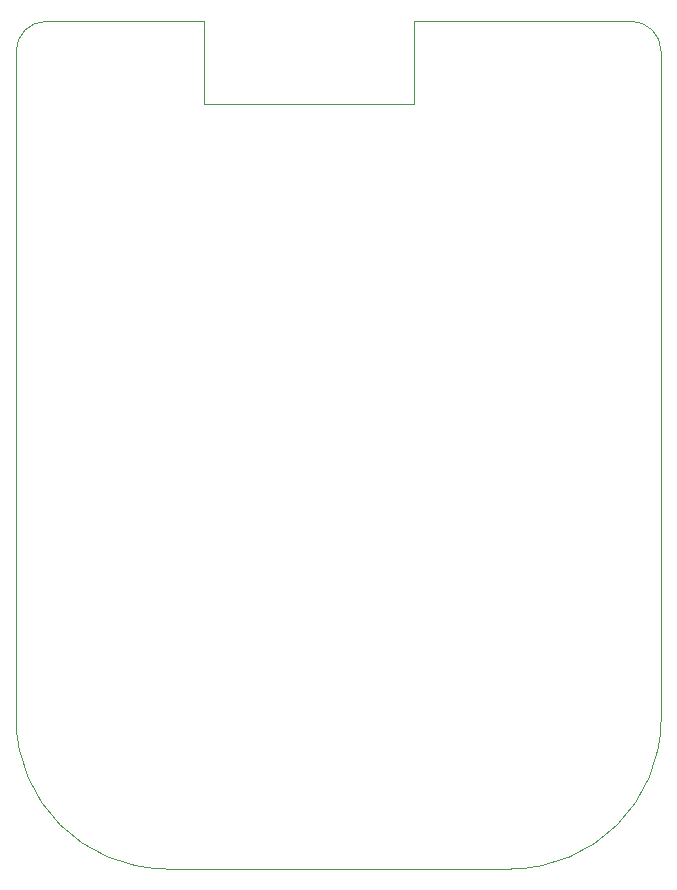
<source format=gbr>
G04 #@! TF.GenerationSoftware,KiCad,Pcbnew,5.1.5*
G04 #@! TF.CreationDate,2020-03-07T18:02:42+00:00*
G04 #@! TF.ProjectId,BB_Dash_Display,42425f44-6173-4685-9f44-6973706c6179,A2*
G04 #@! TF.SameCoordinates,PX43d3480PY41672a0*
G04 #@! TF.FileFunction,Profile,NP*
%FSLAX46Y46*%
G04 Gerber Fmt 4.6, Leading zero omitted, Abs format (unit mm)*
G04 Created by KiCad (PCBNEW 5.1.5) date 2020-03-07 18:02:42*
%MOMM*%
%LPD*%
G04 APERTURE LIST*
%ADD10C,0.002540*%
G04 APERTURE END LIST*
D10*
X3175000Y-5080000D02*
G75*
G02X5715000Y-2540000I2540000J0D01*
G01*
X55245000Y-2540000D02*
G75*
G02X57785000Y-5080000I0J-2540000D01*
G01*
X57785000Y-61595000D02*
G75*
G02X45085000Y-74295000I-12700000J0D01*
G01*
X15875000Y-74295000D02*
G75*
G02X3175000Y-61595000I0J12700000D01*
G01*
X36830000Y-2540000D02*
X55245000Y-2540000D01*
X36830000Y-9525000D02*
X36830000Y-2540000D01*
X19050000Y-9525000D02*
X36830000Y-9525000D01*
X19050000Y-2540000D02*
X19050000Y-9525000D01*
X5715000Y-2540000D02*
X19050000Y-2540000D01*
X3175000Y-61595000D02*
X3175000Y-5080000D01*
X45085000Y-74295000D02*
X15875000Y-74295000D01*
X57785000Y-5080000D02*
X57785000Y-61595000D01*
M02*

</source>
